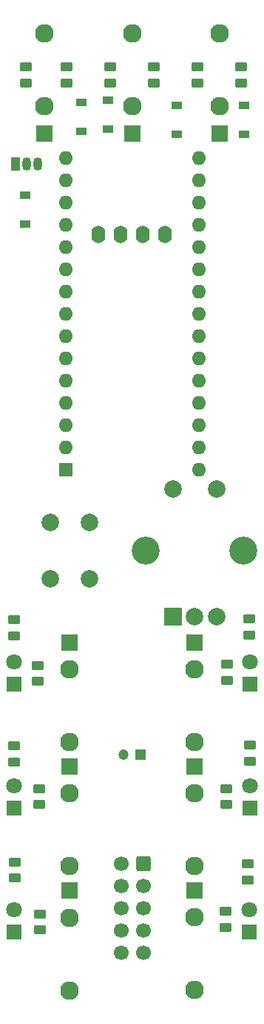
<source format=gbr>
%TF.GenerationSoftware,KiCad,Pcbnew,(6.0.10-0)*%
%TF.CreationDate,2023-02-15T18:47:27+02:00*%
%TF.ProjectId,gtoe,67746f65-2e6b-4696-9361-645f70636258,rev?*%
%TF.SameCoordinates,Original*%
%TF.FileFunction,Soldermask,Bot*%
%TF.FilePolarity,Negative*%
%FSLAX46Y46*%
G04 Gerber Fmt 4.6, Leading zero omitted, Abs format (unit mm)*
G04 Created by KiCad (PCBNEW (6.0.10-0)) date 2023-02-15 18:47:27*
%MOMM*%
%LPD*%
G01*
G04 APERTURE LIST*
G04 Aperture macros list*
%AMRoundRect*
0 Rectangle with rounded corners*
0 $1 Rounding radius*
0 $2 $3 $4 $5 $6 $7 $8 $9 X,Y pos of 4 corners*
0 Add a 4 corners polygon primitive as box body*
4,1,4,$2,$3,$4,$5,$6,$7,$8,$9,$2,$3,0*
0 Add four circle primitives for the rounded corners*
1,1,$1+$1,$2,$3*
1,1,$1+$1,$4,$5*
1,1,$1+$1,$6,$7*
1,1,$1+$1,$8,$9*
0 Add four rect primitives between the rounded corners*
20,1,$1+$1,$2,$3,$4,$5,0*
20,1,$1+$1,$4,$5,$6,$7,0*
20,1,$1+$1,$6,$7,$8,$9,0*
20,1,$1+$1,$8,$9,$2,$3,0*%
G04 Aperture macros list end*
%ADD10R,1.930000X1.830000*%
%ADD11C,2.130000*%
%ADD12R,1.800000X1.800000*%
%ADD13C,1.800000*%
%ADD14R,2.000000X2.000000*%
%ADD15C,2.000000*%
%ADD16C,3.200000*%
%ADD17O,1.600000X2.000000*%
%ADD18RoundRect,0.250000X-0.450000X0.262500X-0.450000X-0.262500X0.450000X-0.262500X0.450000X0.262500X0*%
%ADD19RoundRect,0.250000X0.450000X-0.262500X0.450000X0.262500X-0.450000X0.262500X-0.450000X-0.262500X0*%
%ADD20R,1.200000X1.200000*%
%ADD21C,1.200000*%
%ADD22R,1.200000X0.900000*%
%ADD23R,1.600000X1.600000*%
%ADD24O,1.600000X1.600000*%
%ADD25R,1.050000X1.500000*%
%ADD26O,1.050000X1.500000*%
%ADD27RoundRect,0.250000X0.600000X0.600000X-0.600000X0.600000X-0.600000X-0.600000X0.600000X-0.600000X0*%
%ADD28C,1.700000*%
G04 APERTURE END LIST*
D10*
%TO.C,J9*%
X125000000Y-52830000D03*
D11*
X125000000Y-41430000D03*
X125000000Y-49730000D03*
%TD*%
D12*
%TO.C,D5*%
X101520000Y-143970000D03*
D13*
X101520000Y-141430000D03*
%TD*%
D10*
%TO.C,J2*%
X122150000Y-110920000D03*
D11*
X122150000Y-122320000D03*
X122150000Y-114020000D03*
%TD*%
D10*
%TO.C,J5*%
X107850000Y-139220000D03*
D11*
X107850000Y-150620000D03*
X107850000Y-142320000D03*
%TD*%
D10*
%TO.C,J8*%
X115000000Y-52830000D03*
D11*
X115000000Y-41430000D03*
X115000000Y-49730000D03*
%TD*%
D12*
%TO.C,D4*%
X128500000Y-129820000D03*
D13*
X128500000Y-127280000D03*
%TD*%
D12*
%TO.C,D3*%
X101500000Y-129820000D03*
D13*
X101500000Y-127280000D03*
%TD*%
D10*
%TO.C,J3*%
X107850000Y-125070000D03*
D11*
X107850000Y-136470000D03*
X107850000Y-128170000D03*
%TD*%
D12*
%TO.C,D2*%
X128500000Y-115670000D03*
D13*
X128500000Y-113130000D03*
%TD*%
D14*
%TO.C,SW2*%
X119650000Y-107950000D03*
D15*
X124650000Y-107950000D03*
X122150000Y-107950000D03*
D16*
X116550000Y-100450000D03*
X127750000Y-100450000D03*
D15*
X124650000Y-93450000D03*
X119650000Y-93450000D03*
%TD*%
D10*
%TO.C,J6*%
X122150000Y-139210000D03*
D11*
X122150000Y-150610000D03*
X122150000Y-142310000D03*
%TD*%
D17*
%TO.C,Screen*%
X111179000Y-64398000D03*
X113719000Y-64398000D03*
X116259000Y-64398000D03*
X118799000Y-64398000D03*
%TD*%
D10*
%TO.C,J1*%
X107850000Y-110920000D03*
D11*
X107850000Y-122320000D03*
X107850000Y-114020000D03*
%TD*%
D12*
%TO.C,D6*%
X128400000Y-143970000D03*
D13*
X128400000Y-141430000D03*
%TD*%
D12*
%TO.C,D1*%
X101500000Y-115670000D03*
D13*
X101500000Y-113130000D03*
%TD*%
D10*
%TO.C,J4*%
X122150000Y-125070000D03*
D11*
X122150000Y-136470000D03*
X122150000Y-128170000D03*
%TD*%
D10*
%TO.C,J7*%
X105000000Y-52830000D03*
D11*
X105000000Y-41430000D03*
X105000000Y-49730000D03*
%TD*%
D15*
%TO.C,SW1*%
X105600000Y-103700000D03*
X105600000Y-97200000D03*
X110100000Y-97200000D03*
X110100000Y-103700000D03*
%TD*%
D18*
%TO.C,R14*%
X107500000Y-45287500D03*
X107500000Y-47112500D03*
%TD*%
D19*
%TO.C,R15*%
X112500000Y-47112500D03*
X112500000Y-45287500D03*
%TD*%
D20*
%TO.C,C1*%
X116000400Y-123700000D03*
D21*
X114000400Y-123700000D03*
%TD*%
D18*
%TO.C,R16*%
X117500000Y-45287500D03*
X117500000Y-47112500D03*
%TD*%
D19*
%TO.C,R17*%
X122500000Y-47112500D03*
X122500000Y-45287500D03*
%TD*%
D22*
%TO.C,D11*%
X127820000Y-49640000D03*
X127820000Y-52940000D03*
%TD*%
D19*
%TO.C,R6*%
X101490000Y-124542500D03*
X101490000Y-122717500D03*
%TD*%
D22*
%TO.C,D9*%
X112280000Y-49060000D03*
X112280000Y-52360000D03*
%TD*%
D18*
%TO.C,R5*%
X104330000Y-127607500D03*
X104330000Y-129432500D03*
%TD*%
%TO.C,R18*%
X127500000Y-45287500D03*
X127500000Y-47112500D03*
%TD*%
D23*
%TO.C,Nano*%
X107375000Y-91200000D03*
D24*
X107375000Y-88660000D03*
X107375000Y-86120000D03*
X107375000Y-83580000D03*
X107375000Y-81040000D03*
X107375000Y-78500000D03*
X107375000Y-75960000D03*
X107375000Y-73420000D03*
X107375000Y-70880000D03*
X107375000Y-68340000D03*
X107375000Y-65800000D03*
X107375000Y-63260000D03*
X107375000Y-60720000D03*
X107375000Y-58180000D03*
X107375000Y-55640000D03*
X122615000Y-55640000D03*
X122615000Y-58180000D03*
X122615000Y-60720000D03*
X122615000Y-63260000D03*
X122615000Y-65800000D03*
X122615000Y-68340000D03*
X122615000Y-70880000D03*
X122615000Y-73420000D03*
X122615000Y-75960000D03*
X122615000Y-78500000D03*
X122615000Y-81040000D03*
X122615000Y-83580000D03*
X122615000Y-86120000D03*
X122615000Y-88660000D03*
X122615000Y-91200000D03*
%TD*%
D18*
%TO.C,R11*%
X125710000Y-141617500D03*
X125710000Y-143442500D03*
%TD*%
%TO.C,R9*%
X104430000Y-141907500D03*
X104430000Y-143732500D03*
%TD*%
D19*
%TO.C,R4*%
X128450000Y-110102500D03*
X128450000Y-108277500D03*
%TD*%
%TO.C,R12*%
X128210000Y-138022500D03*
X128210000Y-136197500D03*
%TD*%
D18*
%TO.C,R3*%
X125910000Y-113417500D03*
X125910000Y-115242500D03*
%TD*%
D22*
%TO.C,D10*%
X120100000Y-49670000D03*
X120100000Y-52970000D03*
%TD*%
D19*
%TO.C,R10*%
X101550000Y-137795000D03*
X101550000Y-135970000D03*
%TD*%
D18*
%TO.C,R13*%
X102850000Y-45287500D03*
X102850000Y-47112500D03*
%TD*%
D19*
%TO.C,R2*%
X101490000Y-110152500D03*
X101490000Y-108327500D03*
%TD*%
%TO.C,R8*%
X128530000Y-124462500D03*
X128530000Y-122637500D03*
%TD*%
D22*
%TO.C,D7*%
X102720000Y-59910000D03*
X102720000Y-63210000D03*
%TD*%
D18*
%TO.C,R1*%
X104170000Y-113567500D03*
X104170000Y-115392500D03*
%TD*%
%TO.C,R7*%
X125760000Y-127597500D03*
X125760000Y-129422500D03*
%TD*%
D22*
%TO.C,D8*%
X109210000Y-49290000D03*
X109210000Y-52590000D03*
%TD*%
D25*
%TO.C,Q1*%
X101630000Y-56300000D03*
D26*
X102900000Y-56300000D03*
X104170000Y-56300000D03*
%TD*%
D27*
%TO.C,J10*%
X116270000Y-136200000D03*
D28*
X113730000Y-136200000D03*
X116270000Y-138740000D03*
X113730000Y-138740000D03*
X116270000Y-141280000D03*
X113730000Y-141280000D03*
X116270000Y-143820000D03*
X113730000Y-143820000D03*
X116270000Y-146360000D03*
X113730000Y-146360000D03*
%TD*%
M02*

</source>
